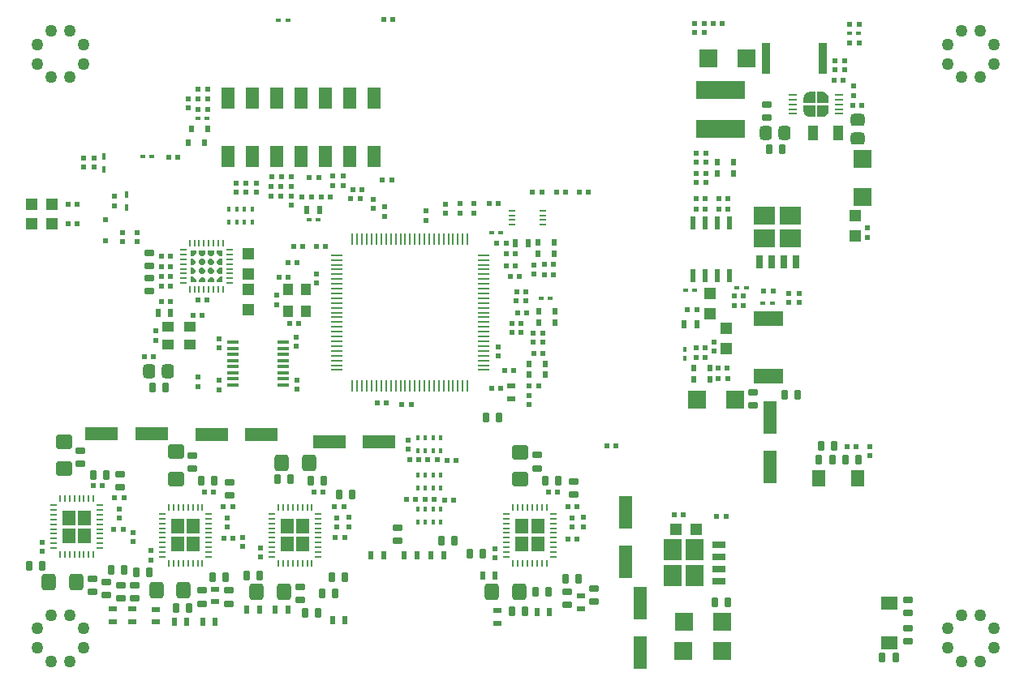
<source format=gtp>
G04 Layer_Color=8421504*
%FSLAX25Y25*%
%MOIN*%
G70*
G01*
G75*
%ADD168R,0.08898X0.07520*%
%ADD169R,0.07520X0.08898*%
%ADD170R,0.05276X0.06181*%
G04:AMPARAMS|DCode=171|XSize=20mil|YSize=22mil|CornerRadius=3.4mil|HoleSize=0mil|Usage=FLASHONLY|Rotation=180.000|XOffset=0mil|YOffset=0mil|HoleType=Round|Shape=RoundedRectangle|*
%AMROUNDEDRECTD171*
21,1,0.02000,0.01520,0,0,180.0*
21,1,0.01320,0.02200,0,0,180.0*
1,1,0.00680,-0.00660,0.00760*
1,1,0.00680,0.00660,0.00760*
1,1,0.00680,0.00660,-0.00760*
1,1,0.00680,-0.00660,-0.00760*
%
%ADD171ROUNDEDRECTD171*%
G04:AMPARAMS|DCode=172|XSize=21.62mil|YSize=22mil|CornerRadius=3.72mil|HoleSize=0mil|Usage=FLASHONLY|Rotation=90.000|XOffset=0mil|YOffset=0mil|HoleType=Round|Shape=RoundedRectangle|*
%AMROUNDEDRECTD172*
21,1,0.02162,0.01455,0,0,90.0*
21,1,0.01417,0.02200,0,0,90.0*
1,1,0.00745,0.00728,0.00709*
1,1,0.00745,0.00728,-0.00709*
1,1,0.00745,-0.00728,-0.00709*
1,1,0.00745,-0.00728,0.00709*
%
%ADD172ROUNDEDRECTD172*%
%ADD173R,0.03816X0.00965*%
G04:AMPARAMS|DCode=174|XSize=9.02mil|YSize=29.5mil|CornerRadius=3.41mil|HoleSize=0mil|Usage=FLASHONLY|Rotation=180.000|XOffset=0mil|YOffset=0mil|HoleType=Round|Shape=RoundedRectangle|*
%AMROUNDEDRECTD174*
21,1,0.00902,0.02268,0,0,180.0*
21,1,0.00220,0.02950,0,0,180.0*
1,1,0.00682,-0.00110,0.01134*
1,1,0.00682,0.00110,0.01134*
1,1,0.00682,0.00110,-0.01134*
1,1,0.00682,-0.00110,-0.01134*
%
%ADD174ROUNDEDRECTD174*%
G04:AMPARAMS|DCode=175|XSize=9.02mil|YSize=29.5mil|CornerRadius=3.41mil|HoleSize=0mil|Usage=FLASHONLY|Rotation=270.000|XOffset=0mil|YOffset=0mil|HoleType=Round|Shape=RoundedRectangle|*
%AMROUNDEDRECTD175*
21,1,0.00902,0.02268,0,0,270.0*
21,1,0.00220,0.02950,0,0,270.0*
1,1,0.00682,-0.01134,-0.00110*
1,1,0.00682,-0.01134,0.00110*
1,1,0.00682,0.01134,0.00110*
1,1,0.00682,0.01134,-0.00110*
%
%ADD175ROUNDEDRECTD175*%
%ADD176R,0.02950X0.00965*%
%ADD177R,0.02438X0.03265*%
%ADD178R,0.01965X0.01768*%
%ADD179R,0.01768X0.01965*%
%ADD180O,0.04918X0.00784*%
%ADD181O,0.00784X0.04918*%
%ADD182R,0.03265X0.02438*%
G04:AMPARAMS|DCode=183|XSize=20mil|YSize=22mil|CornerRadius=3.4mil|HoleSize=0mil|Usage=FLASHONLY|Rotation=270.000|XOffset=0mil|YOffset=0mil|HoleType=Round|Shape=RoundedRectangle|*
%AMROUNDEDRECTD183*
21,1,0.02000,0.01520,0,0,270.0*
21,1,0.01320,0.02200,0,0,270.0*
1,1,0.00680,-0.00760,-0.00660*
1,1,0.00680,-0.00760,0.00660*
1,1,0.00680,0.00760,0.00660*
1,1,0.00680,0.00760,-0.00660*
%
%ADD183ROUNDEDRECTD183*%
%ADD184R,0.02600X0.05400*%
%ADD185R,0.05400X0.02600*%
G04:AMPARAMS|DCode=186|XSize=27.13mil|YSize=37.37mil|CornerRadius=4.83mil|HoleSize=0mil|Usage=FLASHONLY|Rotation=180.000|XOffset=0mil|YOffset=0mil|HoleType=Round|Shape=RoundedRectangle|*
%AMROUNDEDRECTD186*
21,1,0.02713,0.02772,0,0,180.0*
21,1,0.01748,0.03737,0,0,180.0*
1,1,0.00965,-0.00874,0.01386*
1,1,0.00965,0.00874,0.01386*
1,1,0.00965,0.00874,-0.01386*
1,1,0.00965,-0.00874,-0.01386*
%
%ADD186ROUNDEDRECTD186*%
G04:AMPARAMS|DCode=187|XSize=27.13mil|YSize=37.37mil|CornerRadius=4.83mil|HoleSize=0mil|Usage=FLASHONLY|Rotation=270.000|XOffset=0mil|YOffset=0mil|HoleType=Round|Shape=RoundedRectangle|*
%AMROUNDEDRECTD187*
21,1,0.02713,0.02772,0,0,270.0*
21,1,0.01748,0.03737,0,0,270.0*
1,1,0.00965,-0.01386,-0.00874*
1,1,0.00965,-0.01386,0.00874*
1,1,0.00965,0.01386,0.00874*
1,1,0.00965,0.01386,-0.00874*
%
%ADD187ROUNDEDRECTD187*%
%ADD188R,0.05312X0.13186*%
%ADD189R,0.13186X0.05312*%
G04:AMPARAMS|DCode=190|XSize=50mil|YSize=58mil|CornerRadius=12mil|HoleSize=0mil|Usage=FLASHONLY|Rotation=0.000|XOffset=0mil|YOffset=0mil|HoleType=Round|Shape=RoundedRectangle|*
%AMROUNDEDRECTD190*
21,1,0.05000,0.03400,0,0,0.0*
21,1,0.02600,0.05800,0,0,0.0*
1,1,0.02400,0.01300,-0.01700*
1,1,0.02400,-0.01300,-0.01700*
1,1,0.02400,-0.01300,0.01700*
1,1,0.02400,0.01300,0.01700*
%
%ADD190ROUNDEDRECTD190*%
G04:AMPARAMS|DCode=191|XSize=50mil|YSize=58mil|CornerRadius=12mil|HoleSize=0mil|Usage=FLASHONLY|Rotation=270.000|XOffset=0mil|YOffset=0mil|HoleType=Round|Shape=RoundedRectangle|*
%AMROUNDEDRECTD191*
21,1,0.05000,0.03400,0,0,270.0*
21,1,0.02600,0.05800,0,0,270.0*
1,1,0.02400,-0.01700,-0.01300*
1,1,0.02400,-0.01700,0.01300*
1,1,0.02400,0.01700,0.01300*
1,1,0.02400,0.01700,-0.01300*
%
%ADD191ROUNDEDRECTD191*%
%ADD192R,0.04131X0.06493*%
G04:AMPARAMS|DCode=193|XSize=61mil|YSize=69mil|CornerRadius=14.75mil|HoleSize=0mil|Usage=FLASHONLY|Rotation=180.000|XOffset=0mil|YOffset=0mil|HoleType=Round|Shape=RoundedRectangle|*
%AMROUNDEDRECTD193*
21,1,0.06100,0.03950,0,0,180.0*
21,1,0.03150,0.06900,0,0,180.0*
1,1,0.02950,-0.01575,0.01975*
1,1,0.02950,0.01575,0.01975*
1,1,0.02950,0.01575,-0.01975*
1,1,0.02950,-0.01575,-0.01975*
%
%ADD193ROUNDEDRECTD193*%
G04:AMPARAMS|DCode=194|XSize=61mil|YSize=69mil|CornerRadius=14.75mil|HoleSize=0mil|Usage=FLASHONLY|Rotation=90.000|XOffset=0mil|YOffset=0mil|HoleType=Round|Shape=RoundedRectangle|*
%AMROUNDEDRECTD194*
21,1,0.06100,0.03950,0,0,90.0*
21,1,0.03150,0.06900,0,0,90.0*
1,1,0.02950,0.01975,0.01575*
1,1,0.02950,0.01975,-0.01575*
1,1,0.02950,-0.01975,-0.01575*
1,1,0.02950,-0.01975,0.01575*
%
%ADD194ROUNDEDRECTD194*%
%ADD195R,0.01800X0.02400*%
%ADD196R,0.03343X0.12792*%
%ADD197R,0.04800X0.01300*%
%ADD198C,0.05000*%
%ADD199R,0.02200X0.05800*%
%ADD200R,0.04600X0.04600*%
%ADD201R,0.05233X0.06887*%
%ADD202R,0.05000X0.04000*%
%ADD203R,0.02162X0.02950*%
%ADD204R,0.07700X0.07700*%
%ADD205R,0.01800X0.02600*%
%ADD206R,0.07700X0.07700*%
%ADD207R,0.12400X0.06100*%
%ADD208R,0.02200X0.02200*%
%ADD209R,0.04600X0.04600*%
%ADD210R,0.04000X0.05000*%
%ADD211R,0.19879X0.07615*%
%ADD212R,0.05706X0.08973*%
%ADD213R,0.06887X0.05233*%
%ADD214O,0.00784X0.03146*%
%ADD215O,0.03146X0.00784*%
G36*
X-2331Y-55473D02*
X-3610D01*
X-4594Y-54489D01*
Y-53603D01*
X-3709Y-52717D01*
X-2331D01*
Y-55473D01*
D02*
G37*
G36*
X-5677Y-53702D02*
Y-54489D01*
X-6661Y-55473D01*
X-7449D01*
X-8335Y-54587D01*
Y-53603D01*
X-7547Y-52816D01*
X-6563D01*
X-5677Y-53702D01*
D02*
G37*
G36*
X-9516Y-53603D02*
Y-54587D01*
X-10303Y-55375D01*
X-11287D01*
X-12173Y-54489D01*
Y-53702D01*
X-11189Y-52717D01*
X-10402D01*
X-9516Y-53603D01*
D02*
G37*
G36*
X-5677Y-49961D02*
Y-50749D01*
X-6661Y-51733D01*
X-7449D01*
X-8335Y-50847D01*
Y-49863D01*
X-7547Y-49076D01*
X-6563D01*
X-5677Y-49961D01*
D02*
G37*
G36*
X-13256Y-49961D02*
Y-50847D01*
X-14142Y-51733D01*
X-15520D01*
Y-48977D01*
X-14240D01*
X-13256Y-49961D01*
D02*
G37*
G36*
X-9417Y-57489D02*
Y-58820D01*
X-12173D01*
Y-57531D01*
X-11183Y-56556D01*
X-10365D01*
X-9417Y-57489D01*
D02*
G37*
G36*
X-13059Y-57639D02*
Y-58820D01*
X-15520D01*
Y-56359D01*
X-14339D01*
X-13059Y-57639D01*
D02*
G37*
G36*
X-5677Y-57489D02*
Y-58820D01*
X-8433D01*
Y-57531D01*
X-7442Y-56556D01*
X-6625D01*
X-5677Y-57489D01*
D02*
G37*
G36*
X-13256Y-53708D02*
Y-54525D01*
X-14189Y-55473D01*
X-15520D01*
Y-52717D01*
X-14231D01*
X-13256Y-53708D01*
D02*
G37*
G36*
X-2331Y-58820D02*
X-4791D01*
Y-57639D01*
X-3512Y-56359D01*
X-2331D01*
Y-58820D01*
D02*
G37*
G36*
X241150Y9314D02*
X238732D01*
X238238Y9413D01*
X237772Y9605D01*
X237353Y9886D01*
X236997Y10242D01*
X236717Y10661D01*
X236524Y11127D01*
X236425Y11621D01*
Y11873D01*
Y14039D01*
X241150D01*
Y9314D01*
D02*
G37*
G36*
X-5677Y-46920D02*
X-6668Y-47894D01*
X-7485D01*
X-8433Y-46961D01*
Y-45631D01*
X-5677D01*
Y-46920D01*
D02*
G37*
G36*
X246661Y11873D02*
Y11621D01*
X246563Y11127D01*
X246370Y10661D01*
X246090Y10242D01*
X245734Y9886D01*
X245315Y9605D01*
X244849Y9413D01*
X244354Y9314D01*
X241937D01*
Y14039D01*
X246661D01*
Y11873D01*
D02*
G37*
G36*
X244849Y19452D02*
X245315Y19259D01*
X245734Y18979D01*
X246090Y18623D01*
X246370Y18203D01*
X246563Y17738D01*
X246661Y17243D01*
Y16991D01*
Y14826D01*
X241937D01*
Y19550D01*
X244354D01*
X244849Y19452D01*
D02*
G37*
G36*
X241150Y14826D02*
X236425D01*
Y16991D01*
Y17243D01*
X236524Y17738D01*
X236717Y18203D01*
X236997Y18623D01*
X237353Y18979D01*
X237772Y19259D01*
X238238Y19452D01*
X238732Y19550D01*
X241150D01*
Y14826D01*
D02*
G37*
G36*
X-9516Y-49863D02*
Y-50847D01*
X-10303Y-51635D01*
X-11287D01*
X-12173Y-50749D01*
Y-49961D01*
X-11189Y-48977D01*
X-10402D01*
X-9516Y-49863D01*
D02*
G37*
G36*
X-2331Y-51733D02*
X-3619D01*
X-4594Y-50743D01*
Y-49925D01*
X-3661Y-48977D01*
X-2331D01*
Y-51733D01*
D02*
G37*
G36*
X-13059Y-46812D02*
X-14339Y-48091D01*
X-15520D01*
Y-45631D01*
X-13059D01*
Y-46812D01*
D02*
G37*
G36*
X-9417Y-46920D02*
X-10408Y-47894D01*
X-11225D01*
X-12173Y-46961D01*
Y-45631D01*
X-9417D01*
Y-46920D01*
D02*
G37*
G36*
X-2331Y-48091D02*
X-3512D01*
X-4791Y-46812D01*
Y-45631D01*
X-2331D01*
Y-48091D01*
D02*
G37*
G54D168*
X220369Y-31334D02*
D03*
X231007Y-31338D02*
D03*
X231007Y-40594D02*
D03*
X220369Y-40590D02*
D03*
G54D169*
X191798Y-179376D02*
D03*
X191802Y-168739D02*
D03*
X182546Y-168739D02*
D03*
X182542Y-179376D02*
D03*
G54D170*
X-65395Y-162903D02*
D03*
X-58934Y-155535D02*
D03*
X-65391Y-155538D02*
D03*
X-58935Y-162904D02*
D03*
X-14197Y-166504D02*
D03*
X-20654Y-159138D02*
D03*
X-14196Y-159135D02*
D03*
X-20658Y-166503D02*
D03*
X24342D02*
D03*
X30804Y-159135D02*
D03*
X24346Y-159138D02*
D03*
X30803Y-166504D02*
D03*
X127203D02*
D03*
X120747Y-159138D02*
D03*
X127204Y-159135D02*
D03*
X120742Y-166503D02*
D03*
G54D171*
X254200Y-126300D02*
D03*
X257990D02*
D03*
X207885Y-64425D02*
D03*
X211675D02*
D03*
X34165Y-23625D02*
D03*
X30375D02*
D03*
X118985Y-71525D02*
D03*
X122775D02*
D03*
X40065Y-43925D02*
D03*
X36275D02*
D03*
X30665D02*
D03*
X26875D02*
D03*
X207885Y-68325D02*
D03*
X211675D02*
D03*
X205145Y-94125D02*
D03*
X201375D02*
D03*
X143445Y-164225D02*
D03*
X139675D02*
D03*
X131575Y-145025D02*
D03*
X135345D02*
D03*
X139605Y-150925D02*
D03*
X143375D02*
D03*
X44075Y-163825D02*
D03*
X47845D02*
D03*
X35275Y-145125D02*
D03*
X39045D02*
D03*
X47575Y-150925D02*
D03*
X43805D02*
D03*
X1945Y-164025D02*
D03*
X-1825D02*
D03*
X-9825Y-145125D02*
D03*
X-6055D02*
D03*
X-1857Y-151025D02*
D03*
X1913D02*
D03*
X248975Y24375D02*
D03*
X252745D02*
D03*
X118505Y-62725D02*
D03*
X122275D02*
D03*
X73267Y-148181D02*
D03*
X77037D02*
D03*
X78432Y-131843D02*
D03*
X74662D02*
D03*
X81042Y-148181D02*
D03*
X84812D02*
D03*
X85913Y-131843D02*
D03*
X82143D02*
D03*
X92618Y-148280D02*
D03*
X88848D02*
D03*
X89948Y-131941D02*
D03*
X93718D02*
D03*
X118075Y-47025D02*
D03*
X114305D02*
D03*
X119699Y-56296D02*
D03*
X115929D02*
D03*
X25267Y-75705D02*
D03*
X29037D02*
D03*
X-8690Y-66047D02*
D03*
X-12460D02*
D03*
X-10525Y-72525D02*
D03*
X-14295D02*
D03*
X-27325Y-47925D02*
D03*
X-23555D02*
D03*
X20905Y-56575D02*
D03*
X24675D02*
D03*
X-27325Y-60325D02*
D03*
X-23555D02*
D03*
X-34295Y-89225D02*
D03*
X-30525D02*
D03*
X71466Y-109046D02*
D03*
X75236D02*
D03*
X118124Y-52162D02*
D03*
X114354D02*
D03*
X-43155Y-160225D02*
D03*
X-46925D02*
D03*
X-55425Y-142525D02*
D03*
X-51655D02*
D03*
X-46595Y-147425D02*
D03*
X-42825D02*
D03*
X159375Y-126025D02*
D03*
X155605D02*
D03*
X67745Y49375D02*
D03*
X63975D02*
D03*
X199375Y47575D02*
D03*
X203145D02*
D03*
X-27325Y-66725D02*
D03*
X-23555D02*
D03*
X-20700Y-7300D02*
D03*
X-24490D02*
D03*
X-12300Y16600D02*
D03*
X-8510D02*
D03*
X-12300Y20700D02*
D03*
X-8510D02*
D03*
X-8500Y12400D02*
D03*
X-12290D02*
D03*
X255375Y39775D02*
D03*
X259165D02*
D03*
X259175Y47175D02*
D03*
X255385D02*
D03*
X201375Y-98425D02*
D03*
X205165D02*
D03*
X123785Y-101225D02*
D03*
X127575D02*
D03*
X118475Y-66525D02*
D03*
X122265D02*
D03*
X192175Y-89625D02*
D03*
X195965D02*
D03*
X195975Y-85625D02*
D03*
X192185D02*
D03*
X50475Y-24525D02*
D03*
X54265D02*
D03*
X21900Y-15500D02*
D03*
X18130D02*
D03*
X256585Y13875D02*
D03*
X260375D02*
D03*
X201500Y-24500D02*
D03*
X205290D02*
D03*
X129975Y-51425D02*
D03*
X133765D02*
D03*
X188810Y-69900D02*
D03*
X192600D02*
D03*
X-27315Y-52225D02*
D03*
X-23525D02*
D03*
Y-56325D02*
D03*
X-27315D02*
D03*
X110475Y-42825D02*
D03*
X114265D02*
D03*
X220085Y-62525D02*
D03*
X223875D02*
D03*
X110975Y-26325D02*
D03*
X107185D02*
D03*
X200785Y-155125D02*
D03*
X204575D02*
D03*
X183275Y-154525D02*
D03*
X187065D02*
D03*
X125485Y-87925D02*
D03*
X129275D02*
D03*
X-61925Y-34825D02*
D03*
X-65715D02*
D03*
X133765Y-55625D02*
D03*
X129975D02*
D03*
X195990Y-24500D02*
D03*
X192200D02*
D03*
X205300Y-28800D02*
D03*
X201510D02*
D03*
X192210D02*
D03*
X196000D02*
D03*
X128875Y-21825D02*
D03*
X125085D02*
D03*
X-61900Y-26725D02*
D03*
X-65690D02*
D03*
X117475Y-95075D02*
D03*
X113685D02*
D03*
X120275Y-75575D02*
D03*
X116485D02*
D03*
X120275Y-79475D02*
D03*
X116485D02*
D03*
X54975Y-20625D02*
D03*
X51185D02*
D03*
X28475Y-50725D02*
D03*
X24685D02*
D03*
X64945Y-108425D02*
D03*
X61155D02*
D03*
X108175Y-102425D02*
D03*
X111965D02*
D03*
X67175Y-16825D02*
D03*
X63385D02*
D03*
X41975Y-23725D02*
D03*
X38185D02*
D03*
X37175Y-15625D02*
D03*
X33385D02*
D03*
X138675Y-21625D02*
D03*
X134885D02*
D03*
X148075Y-21725D02*
D03*
X144285D02*
D03*
G54D172*
X263800Y-126400D02*
D03*
Y-130190D02*
D03*
G54D173*
X250992Y10495D02*
D03*
Y12464D02*
D03*
Y14432D02*
D03*
Y16401D02*
D03*
Y18369D02*
D03*
X232095Y10495D02*
D03*
Y12464D02*
D03*
Y14432D02*
D03*
Y16401D02*
D03*
Y18369D02*
D03*
G54D174*
X-15815Y-61674D02*
D03*
X-13847D02*
D03*
X-11878D02*
D03*
X-9909D02*
D03*
X-7941D02*
D03*
X-5972D02*
D03*
X-4004D02*
D03*
X-2035D02*
D03*
Y-42725D02*
D03*
X-4004D02*
D03*
X-5972D02*
D03*
X-7941D02*
D03*
X-9909D02*
D03*
X-11878D02*
D03*
X-13847D02*
D03*
X-15815D02*
D03*
G54D175*
X524Y-59115D02*
D03*
Y-57146D02*
D03*
Y-55178D02*
D03*
Y-53209D02*
D03*
Y-51241D02*
D03*
Y-49272D02*
D03*
Y-47304D02*
D03*
Y-45335D02*
D03*
X-18425D02*
D03*
Y-47304D02*
D03*
Y-49272D02*
D03*
Y-51241D02*
D03*
Y-53209D02*
D03*
Y-55178D02*
D03*
Y-57146D02*
D03*
Y-59115D02*
D03*
G54D176*
X129299Y-35153D02*
D03*
Y-33184D02*
D03*
Y-31216D02*
D03*
Y-29247D02*
D03*
X116701Y-35153D02*
D03*
Y-33184D02*
D03*
Y-31216D02*
D03*
Y-29247D02*
D03*
G54D177*
X192618Y-76100D02*
D03*
X187382D02*
D03*
X126857Y-194525D02*
D03*
X132093D02*
D03*
X83357Y-171025D02*
D03*
X88593D02*
D03*
X72457D02*
D03*
X77693D02*
D03*
X58757D02*
D03*
X63993D02*
D03*
X37693Y-29125D02*
D03*
X32457D02*
D03*
X24618Y-193400D02*
D03*
X19382D02*
D03*
X109793Y-179225D02*
D03*
X104557D02*
D03*
X118057Y-42625D02*
D03*
X123293D02*
D03*
X-28843Y-71325D02*
D03*
X-23607D02*
D03*
X-22118Y-198200D02*
D03*
X-16882D02*
D03*
X-10518Y-198300D02*
D03*
X-5282D02*
D03*
X7582Y-193400D02*
D03*
X12818D02*
D03*
X42882Y-197800D02*
D03*
X48118D02*
D03*
G54D178*
X188030Y-62000D02*
D03*
X191770D02*
D03*
X20805Y49025D02*
D03*
X24545D02*
D03*
X-34995Y-6875D02*
D03*
X-31255D02*
D03*
X132445Y-65225D02*
D03*
X128705D02*
D03*
X209130Y-60900D02*
D03*
X212870D02*
D03*
X37145Y-33125D02*
D03*
X33405D02*
D03*
X223545Y-67325D02*
D03*
X219805D02*
D03*
X-12270Y8600D02*
D03*
X-8530D02*
D03*
X108255Y-38225D02*
D03*
X111995D02*
D03*
X255305Y43475D02*
D03*
X259045D02*
D03*
G54D179*
X187500Y-86330D02*
D03*
Y-90070D02*
D03*
G54D180*
X104872Y-47603D02*
D03*
Y-49572D02*
D03*
Y-51540D02*
D03*
Y-53509D02*
D03*
Y-55477D02*
D03*
Y-57446D02*
D03*
Y-59414D02*
D03*
Y-61383D02*
D03*
Y-63351D02*
D03*
Y-65320D02*
D03*
Y-67288D02*
D03*
Y-69257D02*
D03*
Y-71225D02*
D03*
Y-73194D02*
D03*
Y-75162D02*
D03*
Y-77131D02*
D03*
Y-79099D02*
D03*
Y-81068D02*
D03*
Y-83036D02*
D03*
Y-85005D02*
D03*
Y-86973D02*
D03*
Y-88942D02*
D03*
Y-90910D02*
D03*
Y-92879D02*
D03*
Y-94847D02*
D03*
X44635D02*
D03*
Y-92879D02*
D03*
Y-90910D02*
D03*
Y-88942D02*
D03*
Y-86973D02*
D03*
Y-85005D02*
D03*
Y-83036D02*
D03*
Y-81068D02*
D03*
Y-79099D02*
D03*
Y-77131D02*
D03*
Y-75162D02*
D03*
Y-73194D02*
D03*
Y-71225D02*
D03*
Y-69257D02*
D03*
Y-67288D02*
D03*
Y-65320D02*
D03*
Y-63351D02*
D03*
Y-61383D02*
D03*
Y-59414D02*
D03*
Y-57446D02*
D03*
Y-55477D02*
D03*
Y-53509D02*
D03*
Y-51540D02*
D03*
Y-49572D02*
D03*
Y-47603D02*
D03*
G54D181*
X98376Y-101343D02*
D03*
X96407D02*
D03*
X94439D02*
D03*
X92470D02*
D03*
X90502D02*
D03*
X88533D02*
D03*
X86565D02*
D03*
X84596D02*
D03*
X82628D02*
D03*
X80659D02*
D03*
X78690D02*
D03*
X76722D02*
D03*
X74753D02*
D03*
X72785D02*
D03*
X70816D02*
D03*
X68848D02*
D03*
X66879D02*
D03*
X64911D02*
D03*
X62942D02*
D03*
X60974D02*
D03*
X59005D02*
D03*
X57037D02*
D03*
X55068D02*
D03*
X53100D02*
D03*
X51131D02*
D03*
Y-41107D02*
D03*
X53100D02*
D03*
X55068D02*
D03*
X57037D02*
D03*
X59005D02*
D03*
X60974D02*
D03*
X62942D02*
D03*
X64911D02*
D03*
X66879D02*
D03*
X68848D02*
D03*
X70816D02*
D03*
X72785D02*
D03*
X74753D02*
D03*
X76722D02*
D03*
X78690D02*
D03*
X80659D02*
D03*
X82628D02*
D03*
X84596D02*
D03*
X86565D02*
D03*
X88533D02*
D03*
X90502D02*
D03*
X92470D02*
D03*
X94439D02*
D03*
X96407D02*
D03*
X98376D02*
D03*
G54D182*
X144875Y-187707D02*
D03*
Y-192943D02*
D03*
X110775Y-193807D02*
D03*
Y-199043D02*
D03*
X-39200Y-193182D02*
D03*
Y-198418D02*
D03*
X116375Y-106743D02*
D03*
Y-101507D02*
D03*
X-47500Y-193182D02*
D03*
Y-198418D02*
D03*
X-29700Y-193200D02*
D03*
Y-198436D02*
D03*
X-5200Y-184882D02*
D03*
Y-190118D02*
D03*
G54D183*
X234500Y-63210D02*
D03*
Y-67000D02*
D03*
X230400Y-63210D02*
D03*
Y-67000D02*
D03*
X196275Y-9375D02*
D03*
Y-5605D02*
D03*
X109775Y-171995D02*
D03*
Y-168225D02*
D03*
X141275Y-159325D02*
D03*
Y-155555D02*
D03*
X13375Y-171795D02*
D03*
Y-168025D02*
D03*
X44775Y-155555D02*
D03*
Y-159325D02*
D03*
X-31725Y-172895D02*
D03*
Y-169125D02*
D03*
X-225Y-159425D02*
D03*
Y-155655D02*
D03*
X-43472Y-38325D02*
D03*
Y-42095D02*
D03*
X-3658Y-81985D02*
D03*
Y-85755D02*
D03*
X28134Y-85165D02*
D03*
Y-81395D02*
D03*
X28232Y-102661D02*
D03*
Y-98891D02*
D03*
X-3559Y-99180D02*
D03*
Y-102950D02*
D03*
X81375Y-33295D02*
D03*
Y-29525D02*
D03*
X19875Y-64155D02*
D03*
Y-67925D02*
D03*
X-29625Y-82595D02*
D03*
Y-78825D02*
D03*
X-59225Y-11325D02*
D03*
Y-7555D02*
D03*
X111075Y-85298D02*
D03*
Y-89068D02*
D03*
X36375Y-55255D02*
D03*
Y-59025D02*
D03*
X-44825Y-155725D02*
D03*
Y-151955D02*
D03*
X-76325Y-169495D02*
D03*
Y-165725D02*
D03*
X-16400Y12900D02*
D03*
Y16690D02*
D03*
X-12400Y-97810D02*
D03*
Y-101600D02*
D03*
X192275Y-5585D02*
D03*
Y-9375D02*
D03*
X191600Y43810D02*
D03*
Y47600D02*
D03*
X195600Y43810D02*
D03*
Y47600D02*
D03*
X125375Y-83415D02*
D03*
Y-79625D02*
D03*
X196325Y-17825D02*
D03*
Y-14035D02*
D03*
X47225Y-18915D02*
D03*
Y-15125D02*
D03*
X25875Y-27015D02*
D03*
Y-23225D02*
D03*
X11500Y-21700D02*
D03*
Y-17930D02*
D03*
X7400Y-21700D02*
D03*
Y-17930D02*
D03*
X146075Y-155525D02*
D03*
Y-159315D02*
D03*
X49575D02*
D03*
Y-155525D02*
D03*
X5875Y-163625D02*
D03*
Y-167415D02*
D03*
X253175Y32365D02*
D03*
Y28575D02*
D03*
X249175Y28585D02*
D03*
Y32375D02*
D03*
X256975Y18085D02*
D03*
Y21875D02*
D03*
X125775Y-51635D02*
D03*
Y-55425D02*
D03*
X123775Y-109025D02*
D03*
Y-105235D02*
D03*
X129475Y-83415D02*
D03*
Y-79625D02*
D03*
X59775Y-24535D02*
D03*
Y-28325D02*
D03*
X-37472Y-42124D02*
D03*
Y-38335D02*
D03*
X199775Y-87125D02*
D03*
Y-83335D02*
D03*
X262800Y-40290D02*
D03*
Y-36500D02*
D03*
X-46628Y-27204D02*
D03*
Y-23414D02*
D03*
X-55125Y-7535D02*
D03*
Y-11325D02*
D03*
X-39025Y-161625D02*
D03*
Y-165415D02*
D03*
X192225Y-17825D02*
D03*
Y-14035D02*
D03*
X3400Y-17900D02*
D03*
Y-21690D02*
D03*
X17700Y-23290D02*
D03*
Y-19500D02*
D03*
X21800D02*
D03*
Y-23290D02*
D03*
X73900Y-127500D02*
D03*
Y-123710D02*
D03*
X25875Y-15435D02*
D03*
Y-19225D02*
D03*
X100875Y-26525D02*
D03*
Y-30315D02*
D03*
X95175Y-26525D02*
D03*
Y-30315D02*
D03*
X89375Y-26625D02*
D03*
Y-30415D02*
D03*
X43125Y-15125D02*
D03*
Y-18915D02*
D03*
X64275Y-31625D02*
D03*
Y-27835D02*
D03*
G54D184*
X218188Y-50487D02*
D03*
X223188D02*
D03*
X228188D02*
D03*
X233188D02*
D03*
G54D185*
X201695Y-166558D02*
D03*
Y-171557D02*
D03*
Y-176558D02*
D03*
Y-181558D02*
D03*
G54D186*
X126298Y-185925D02*
D03*
X131652D02*
D03*
X104752Y-170525D02*
D03*
X99398D02*
D03*
X122052Y-194125D02*
D03*
X116698D02*
D03*
X135652Y-140325D02*
D03*
X130298D02*
D03*
X138698Y-180725D02*
D03*
X144052D02*
D03*
X7498Y-179325D02*
D03*
X12852D02*
D03*
X38598Y-186625D02*
D03*
X43952D02*
D03*
X20198Y-139725D02*
D03*
X25552D02*
D03*
X93052Y-165125D02*
D03*
X87698D02*
D03*
X45598Y-146125D02*
D03*
X50952D02*
D03*
X33998Y-140425D02*
D03*
X39352D02*
D03*
X48052Y-180025D02*
D03*
X42698D02*
D03*
X-10902Y-140425D02*
D03*
X-5548D02*
D03*
X-1148Y-180125D02*
D03*
X-6502D02*
D03*
X-16148Y-192825D02*
D03*
X-21502D02*
D03*
X-32223Y-177900D02*
D03*
X-37577D02*
D03*
X31698Y-194625D02*
D03*
X37052D02*
D03*
X243548Y-125875D02*
D03*
X248902D02*
D03*
X242798Y-131625D02*
D03*
X248152D02*
D03*
X253498D02*
D03*
X258852D02*
D03*
X227552Y-4125D02*
D03*
X222198D02*
D03*
X233852Y-105125D02*
D03*
X228498D02*
D03*
X205352Y-190425D02*
D03*
X199998D02*
D03*
X-55502Y-137925D02*
D03*
X-50148D02*
D03*
X-42548Y-176925D02*
D03*
X-47902D02*
D03*
X-76248Y-175325D02*
D03*
X-81602D02*
D03*
X111252Y-114325D02*
D03*
X105898D02*
D03*
X-25798Y-102126D02*
D03*
X-31152D02*
D03*
X274152Y-213025D02*
D03*
X268798D02*
D03*
G54D187*
X126975Y-129848D02*
D03*
Y-135202D02*
D03*
X139275Y-186125D02*
D03*
Y-191480D02*
D03*
X150475Y-184748D02*
D03*
Y-190102D02*
D03*
X142075Y-140548D02*
D03*
Y-145902D02*
D03*
X29700Y-189277D02*
D03*
Y-183923D02*
D03*
X69675Y-165102D02*
D03*
Y-159748D02*
D03*
X-10600Y-190877D02*
D03*
Y-185523D02*
D03*
X-14625Y-129948D02*
D03*
Y-135302D02*
D03*
X200Y-190877D02*
D03*
Y-185523D02*
D03*
X675Y-140948D02*
D03*
Y-146302D02*
D03*
X215775Y-104148D02*
D03*
Y-109502D02*
D03*
X221375Y8998D02*
D03*
Y14352D02*
D03*
X-55625Y-180648D02*
D03*
Y-186002D02*
D03*
X-49925Y-187402D02*
D03*
Y-182048D02*
D03*
X-60625Y-128048D02*
D03*
Y-133402D02*
D03*
X-44175Y-188779D02*
D03*
Y-183425D02*
D03*
X-38375Y-183448D02*
D03*
Y-188802D02*
D03*
X-44225Y-142902D02*
D03*
Y-137548D02*
D03*
X-32425Y-51903D02*
D03*
Y-46548D02*
D03*
X-32425Y-62402D02*
D03*
Y-57048D02*
D03*
X279175Y-189348D02*
D03*
Y-194702D02*
D03*
Y-201148D02*
D03*
Y-206502D02*
D03*
G54D188*
X169375Y-190589D02*
D03*
Y-211061D02*
D03*
X163475Y-153389D02*
D03*
Y-173861D02*
D03*
X222575Y-114389D02*
D03*
Y-134861D02*
D03*
G54D189*
X41502Y-124325D02*
D03*
X61975D02*
D03*
X-6700Y-121500D02*
D03*
X13772D02*
D03*
X-51861Y-121125D02*
D03*
X-31389D02*
D03*
G54D190*
X221135Y2775D02*
D03*
X228675D02*
D03*
X-24685Y-95225D02*
D03*
X-32225D02*
D03*
G54D191*
X258575Y375D02*
D03*
Y7915D02*
D03*
G54D192*
X250791Y2675D02*
D03*
X240358D02*
D03*
G54D193*
X108375Y-186025D02*
D03*
X119573D02*
D03*
X22002Y-132900D02*
D03*
X33200D02*
D03*
X-18202Y-185200D02*
D03*
X-29400D02*
D03*
X11700Y-186100D02*
D03*
X22898D02*
D03*
X-73525Y-182125D02*
D03*
X-62327D02*
D03*
G54D194*
X120100Y-128600D02*
D03*
Y-139798D02*
D03*
X-21425Y-139624D02*
D03*
Y-128425D02*
D03*
X-67425Y-135424D02*
D03*
Y-124225D02*
D03*
G54D195*
X87372Y-157476D02*
D03*
X84222D02*
D03*
X81047D02*
D03*
X77847D02*
D03*
Y-152118D02*
D03*
X81047D02*
D03*
X84222D02*
D03*
X87372D02*
D03*
Y-138142D02*
D03*
X84222D02*
D03*
X81047D02*
D03*
X77847D02*
D03*
Y-143499D02*
D03*
X81047D02*
D03*
X84222D02*
D03*
X87372D02*
D03*
Y-127948D02*
D03*
X84222D02*
D03*
X81047D02*
D03*
X77847D02*
D03*
Y-122591D02*
D03*
X81047D02*
D03*
X84222D02*
D03*
X87372D02*
D03*
X9827Y-28639D02*
D03*
X6677D02*
D03*
X3502D02*
D03*
X302D02*
D03*
Y-33996D02*
D03*
X3502D02*
D03*
X6677D02*
D03*
X9827D02*
D03*
G54D196*
X220961Y33275D02*
D03*
X244189D02*
D03*
G54D197*
X2051Y-85971D02*
D03*
X22587Y-90971D02*
D03*
X2051Y-83471D02*
D03*
Y-88471D02*
D03*
Y-90971D02*
D03*
X22587Y-88471D02*
D03*
X22587Y-93521D02*
D03*
X22587Y-96021D02*
D03*
X2051D02*
D03*
X22587Y-101021D02*
D03*
X2051Y-93521D02*
D03*
Y-98521D02*
D03*
X22587D02*
D03*
X2051Y-101021D02*
D03*
X22587Y-85971D02*
D03*
Y-83471D02*
D03*
G54D198*
X314650Y-209052D02*
D03*
Y-201178D02*
D03*
X309138Y-195666D02*
D03*
X301264D02*
D03*
X295752Y-201178D02*
D03*
Y-209052D02*
D03*
X301264Y-214564D02*
D03*
X309138D02*
D03*
X314650Y31106D02*
D03*
Y38980D02*
D03*
X309138Y44491D02*
D03*
X301264D02*
D03*
X295752Y38980D02*
D03*
Y31106D02*
D03*
X301264Y25594D02*
D03*
X309138D02*
D03*
X-59366Y31106D02*
D03*
Y38980D02*
D03*
X-64878Y44491D02*
D03*
X-72752D02*
D03*
X-78264Y38980D02*
D03*
Y31106D02*
D03*
X-72752Y25594D02*
D03*
X-64878D02*
D03*
X-59366Y-209052D02*
D03*
Y-201178D02*
D03*
X-64878Y-195666D02*
D03*
X-72752D02*
D03*
X-78264Y-201178D02*
D03*
Y-209052D02*
D03*
X-72752Y-214564D02*
D03*
X-64878D02*
D03*
G54D199*
X190875Y-56110D02*
D03*
X195875D02*
D03*
X205875D02*
D03*
X190875Y-34383D02*
D03*
X195875D02*
D03*
X205875D02*
D03*
X200875Y-56110D02*
D03*
Y-34383D02*
D03*
G54D200*
X-72291Y-26725D02*
D03*
X-80625D02*
D03*
X-72291Y-34725D02*
D03*
X-80625D02*
D03*
X183941Y-160225D02*
D03*
X192275D02*
D03*
G54D201*
X258785Y-139425D02*
D03*
X242565D02*
D03*
G54D202*
X-24653Y-77025D02*
D03*
X-15525D02*
D03*
Y-84367D02*
D03*
X-24653D02*
D03*
G54D203*
X134321Y-70625D02*
D03*
X127628D02*
D03*
X127428Y-42525D02*
D03*
X134121D02*
D03*
X127428Y-47125D02*
D03*
X134121D02*
D03*
X134321Y-75225D02*
D03*
X127628D02*
D03*
X123682Y-96825D02*
D03*
X130375D02*
D03*
X123628Y-92225D02*
D03*
X130321D02*
D03*
X200954Y-14100D02*
D03*
X207646D02*
D03*
X191428Y-98625D02*
D03*
X198121D02*
D03*
X191428Y-94025D02*
D03*
X198121D02*
D03*
X200954Y-9200D02*
D03*
X207646D02*
D03*
X-16346Y-1500D02*
D03*
X-9653D02*
D03*
X-15146Y4400D02*
D03*
X-8454D02*
D03*
G54D204*
X212975Y33275D02*
D03*
X197201D02*
D03*
X187146Y-198458D02*
D03*
X202921D02*
D03*
X192575Y-106925D02*
D03*
X208349D02*
D03*
X202830Y-210442D02*
D03*
X187056D02*
D03*
G54D205*
X-41608Y-22657D02*
D03*
Y-28168D02*
D03*
X-50925Y-6869D02*
D03*
Y-12381D02*
D03*
G54D206*
X260800Y-8000D02*
D03*
Y-23774D02*
D03*
G54D207*
X222008Y-73706D02*
D03*
Y-97417D02*
D03*
G54D208*
X-50508Y-32969D02*
D03*
Y-41700D02*
D03*
G54D209*
X8350Y-47143D02*
D03*
Y-55476D02*
D03*
X8252Y-69977D02*
D03*
Y-61643D02*
D03*
X204775Y-86059D02*
D03*
Y-77725D02*
D03*
X197900Y-71534D02*
D03*
Y-63200D02*
D03*
X257800Y-39734D02*
D03*
Y-31400D02*
D03*
G54D210*
X24489Y-70754D02*
D03*
Y-61626D02*
D03*
X31831D02*
D03*
Y-70754D02*
D03*
G54D211*
X202275Y4401D02*
D03*
Y20149D02*
D03*
G54D212*
X60000Y16949D02*
D03*
Y-6949D02*
D03*
X50000Y16949D02*
D03*
Y-6949D02*
D03*
X40000Y16949D02*
D03*
Y-6949D02*
D03*
X30000Y16949D02*
D03*
Y-6949D02*
D03*
X20000Y16949D02*
D03*
Y-6949D02*
D03*
X10000Y16949D02*
D03*
Y-6949D02*
D03*
X0Y16949D02*
D03*
Y-6949D02*
D03*
G54D213*
X271775Y-207035D02*
D03*
Y-190815D02*
D03*
G54D214*
X-69053Y-147704D02*
D03*
X-67084D02*
D03*
X-65116D02*
D03*
X-63147D02*
D03*
X-61179D02*
D03*
X-59210D02*
D03*
X-57242D02*
D03*
X-55273D02*
D03*
Y-170735D02*
D03*
X-57242D02*
D03*
X-59210D02*
D03*
X-61179D02*
D03*
X-63147D02*
D03*
X-65116D02*
D03*
X-67084D02*
D03*
X-69053D02*
D03*
X-24315Y-174335D02*
D03*
X-22346D02*
D03*
X-20378D02*
D03*
X-18409D02*
D03*
X-16441D02*
D03*
X-14472D02*
D03*
X-12504D02*
D03*
X-10535D02*
D03*
Y-151304D02*
D03*
X-12504D02*
D03*
X-14472D02*
D03*
X-16441D02*
D03*
X-18409D02*
D03*
X-20378D02*
D03*
X-22346D02*
D03*
X-24315D02*
D03*
X20685D02*
D03*
X22654D02*
D03*
X24622D02*
D03*
X26591D02*
D03*
X28559D02*
D03*
X30528D02*
D03*
X32496D02*
D03*
X34465D02*
D03*
Y-174335D02*
D03*
X32496D02*
D03*
X30528D02*
D03*
X28559D02*
D03*
X26591D02*
D03*
X24622D02*
D03*
X22654D02*
D03*
X20685D02*
D03*
X117085D02*
D03*
X119053D02*
D03*
X121022D02*
D03*
X122991D02*
D03*
X124959D02*
D03*
X126928D02*
D03*
X128896D02*
D03*
X130865D02*
D03*
Y-151304D02*
D03*
X128896D02*
D03*
X126928D02*
D03*
X124959D02*
D03*
X122991D02*
D03*
X121022D02*
D03*
X119053D02*
D03*
X117085D02*
D03*
G54D215*
X-52596Y-150361D02*
D03*
Y-152330D02*
D03*
Y-154298D02*
D03*
Y-156267D02*
D03*
Y-158235D02*
D03*
Y-160204D02*
D03*
Y-162172D02*
D03*
Y-164141D02*
D03*
Y-166109D02*
D03*
Y-168078D02*
D03*
X-71730D02*
D03*
Y-166109D02*
D03*
Y-164141D02*
D03*
Y-162172D02*
D03*
Y-160204D02*
D03*
Y-158235D02*
D03*
Y-156267D02*
D03*
Y-154298D02*
D03*
Y-152330D02*
D03*
Y-150361D02*
D03*
X-26992Y-153961D02*
D03*
Y-155930D02*
D03*
Y-157898D02*
D03*
Y-159867D02*
D03*
Y-161835D02*
D03*
Y-163804D02*
D03*
Y-165772D02*
D03*
Y-167741D02*
D03*
Y-169709D02*
D03*
Y-171678D02*
D03*
X-7858D02*
D03*
Y-169709D02*
D03*
Y-167741D02*
D03*
Y-165772D02*
D03*
Y-163804D02*
D03*
Y-161835D02*
D03*
Y-159867D02*
D03*
Y-157898D02*
D03*
Y-155930D02*
D03*
Y-153961D02*
D03*
X37142D02*
D03*
Y-155930D02*
D03*
Y-157898D02*
D03*
Y-159867D02*
D03*
Y-161835D02*
D03*
Y-163804D02*
D03*
Y-165772D02*
D03*
Y-167741D02*
D03*
Y-169709D02*
D03*
Y-171678D02*
D03*
X18008D02*
D03*
Y-169709D02*
D03*
Y-167741D02*
D03*
Y-165772D02*
D03*
Y-163804D02*
D03*
Y-161835D02*
D03*
Y-159867D02*
D03*
Y-157898D02*
D03*
Y-155930D02*
D03*
Y-153961D02*
D03*
X114408D02*
D03*
Y-155930D02*
D03*
Y-157898D02*
D03*
Y-159867D02*
D03*
Y-161835D02*
D03*
Y-163804D02*
D03*
Y-165772D02*
D03*
Y-167741D02*
D03*
Y-169709D02*
D03*
Y-171678D02*
D03*
X133542D02*
D03*
Y-169709D02*
D03*
Y-167741D02*
D03*
Y-165772D02*
D03*
Y-163804D02*
D03*
Y-161835D02*
D03*
Y-159867D02*
D03*
Y-157898D02*
D03*
Y-155930D02*
D03*
Y-153961D02*
D03*
M02*

</source>
